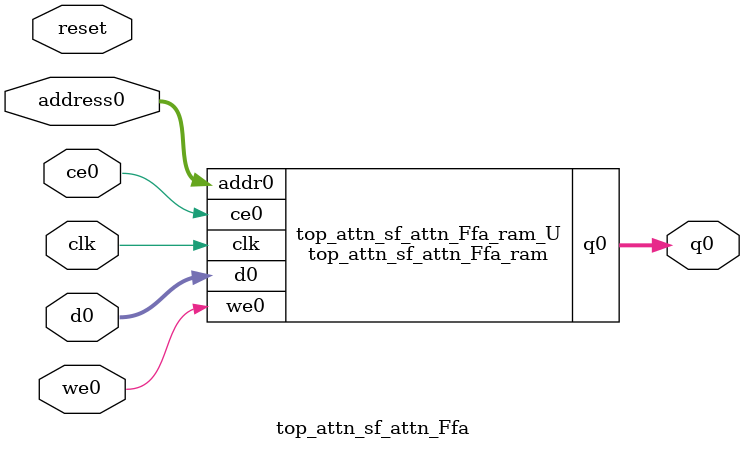
<source format=v>
`timescale 1 ns / 1 ps
module top_attn_sf_attn_Ffa_ram (addr0, ce0, d0, we0, q0,  clk);

parameter DWIDTH = 32;
parameter AWIDTH = 4;
parameter MEM_SIZE = 12;

input[AWIDTH-1:0] addr0;
input ce0;
input[DWIDTH-1:0] d0;
input we0;
output reg[DWIDTH-1:0] q0;
input clk;

(* ram_style = "distributed" *)reg [DWIDTH-1:0] ram[0:MEM_SIZE-1];




always @(posedge clk)  
begin 
    if (ce0) begin
        if (we0) 
            ram[addr0] <= d0; 
        q0 <= ram[addr0];
    end
end


endmodule

`timescale 1 ns / 1 ps
module top_attn_sf_attn_Ffa(
    reset,
    clk,
    address0,
    ce0,
    we0,
    d0,
    q0);

parameter DataWidth = 32'd32;
parameter AddressRange = 32'd12;
parameter AddressWidth = 32'd4;
input reset;
input clk;
input[AddressWidth - 1:0] address0;
input ce0;
input we0;
input[DataWidth - 1:0] d0;
output[DataWidth - 1:0] q0;



top_attn_sf_attn_Ffa_ram top_attn_sf_attn_Ffa_ram_U(
    .clk( clk ),
    .addr0( address0 ),
    .ce0( ce0 ),
    .we0( we0 ),
    .d0( d0 ),
    .q0( q0 ));

endmodule


</source>
